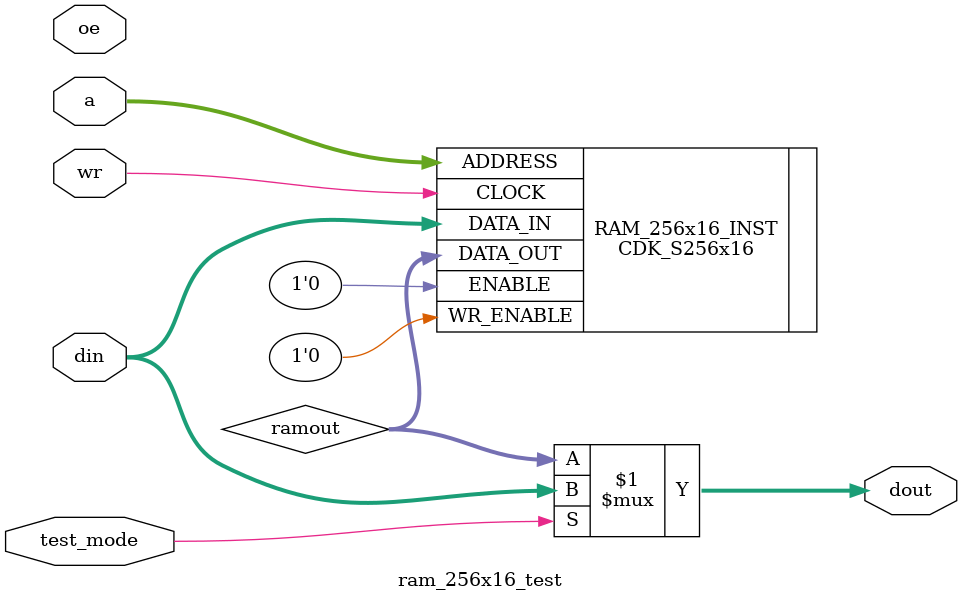
<source format=v>

module ram_256x16_test (
    a,
    din,
    dout,
    oe,
    wr,
    test_mode
    ) ;


/*
 *
 *  @(#) ram_128x16.v 15.4@(#)
 *  4/24/96  21:03:42
 *
 */

/*
 * Behavioral module for a RAM
 *   stolen from somewhere...
 *   15apr93mai
 */

    parameter
    addrsize = 8,           // number of address bits
    datasize = 16,          // number of data bits
    words = 256,            // total number of words in ram
    addrs = addrsize - 1,
    data = datasize - 1,
    wordLen = words - 1;

    input [addrs:0] a;      // address bus inputs
    input [data:0] din;     // input data bus
    output [data:0] dout;   // output data bus
    input wr;               // write strobe
    input oe;               // output enable strobe
    input test_mode;

    wire [data:0] ramout ;   // testable dout pins

assign #2 dout = test_mode ? din : ramout ;

CDK_S256x16 RAM_256x16_INST(
        .ADDRESS(a),
        .DATA_IN(din),
        .DATA_OUT(ramout),
        .CLOCK(wr),
	.WR_ENABLE(1'b0),
	.ENABLE(1'b0)
);

endmodule // ram_128x16_test

</source>
